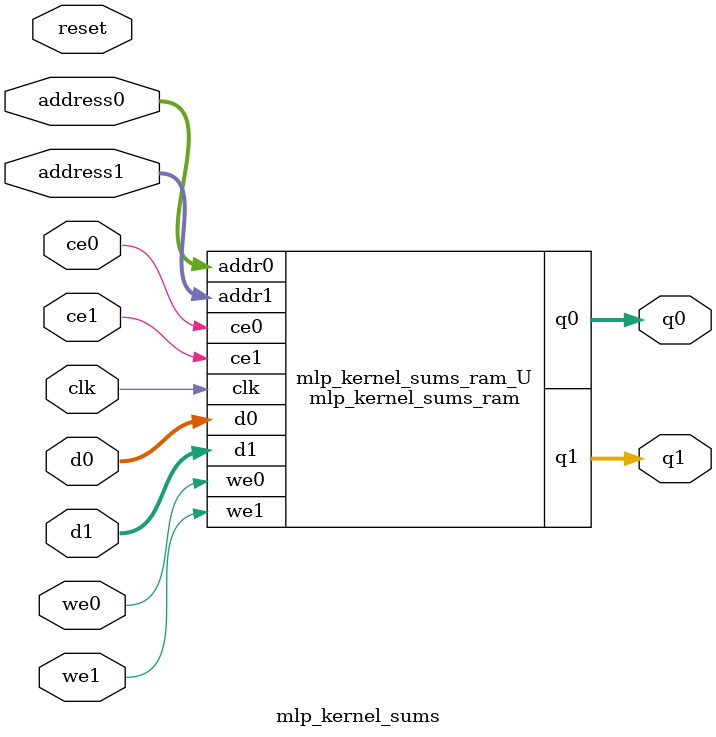
<source format=v>
`timescale 1 ns / 1 ps
module mlp_kernel_sums_ram (addr0, ce0, d0, we0, q0, addr1, ce1, d1, we1, q1,  clk);

parameter DWIDTH = 16;
parameter AWIDTH = 3;
parameter MEM_SIZE = 8;

input[AWIDTH-1:0] addr0;
input ce0;
input[DWIDTH-1:0] d0;
input we0;
output reg[DWIDTH-1:0] q0;
input[AWIDTH-1:0] addr1;
input ce1;
input[DWIDTH-1:0] d1;
input we1;
output reg[DWIDTH-1:0] q1;
input clk;

(* ram_style = "block" *)reg [DWIDTH-1:0] ram[0:MEM_SIZE-1];




always @(posedge clk)  
begin 
    if (ce0) begin
        if (we0) 
            ram[addr0] <= d0; 
        q0 <= ram[addr0];
    end
end


always @(posedge clk)  
begin 
    if (ce1) begin
        if (we1) 
            ram[addr1] <= d1; 
        q1 <= ram[addr1];
    end
end


endmodule

`timescale 1 ns / 1 ps
module mlp_kernel_sums(
    reset,
    clk,
    address0,
    ce0,
    we0,
    d0,
    q0,
    address1,
    ce1,
    we1,
    d1,
    q1);

parameter DataWidth = 32'd16;
parameter AddressRange = 32'd8;
parameter AddressWidth = 32'd3;
input reset;
input clk;
input[AddressWidth - 1:0] address0;
input ce0;
input we0;
input[DataWidth - 1:0] d0;
output[DataWidth - 1:0] q0;
input[AddressWidth - 1:0] address1;
input ce1;
input we1;
input[DataWidth - 1:0] d1;
output[DataWidth - 1:0] q1;



mlp_kernel_sums_ram mlp_kernel_sums_ram_U(
    .clk( clk ),
    .addr0( address0 ),
    .ce0( ce0 ),
    .we0( we0 ),
    .d0( d0 ),
    .q0( q0 ),
    .addr1( address1 ),
    .ce1( ce1 ),
    .we1( we1 ),
    .d1( d1 ),
    .q1( q1 ));

endmodule


</source>
